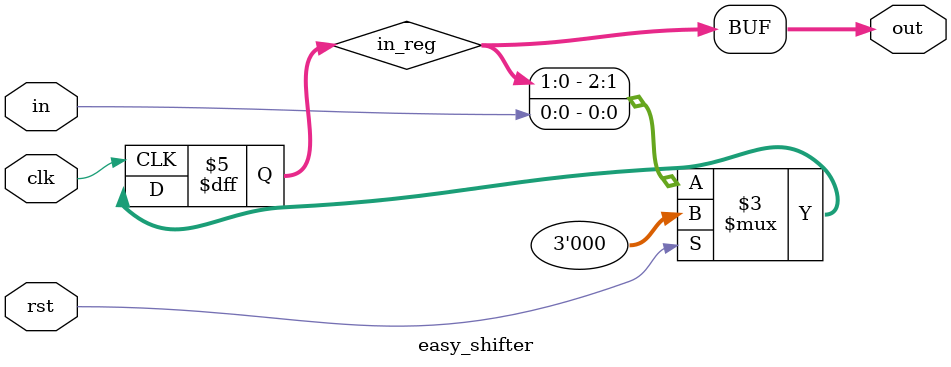
<source format=v>
module easy_shifter(
        input           clk    ,
        input           rst    ,
        input           in     ,
        output  [2:0]   out     
    );

    reg [2:0]   in_reg;
    always@(posedge clk) begin
        if(rst)
            in_reg <= 3'd0;
        else
            in_reg <= {in_reg[1:0],in};
    end

    assign out = in_reg;

endmodule
</source>
